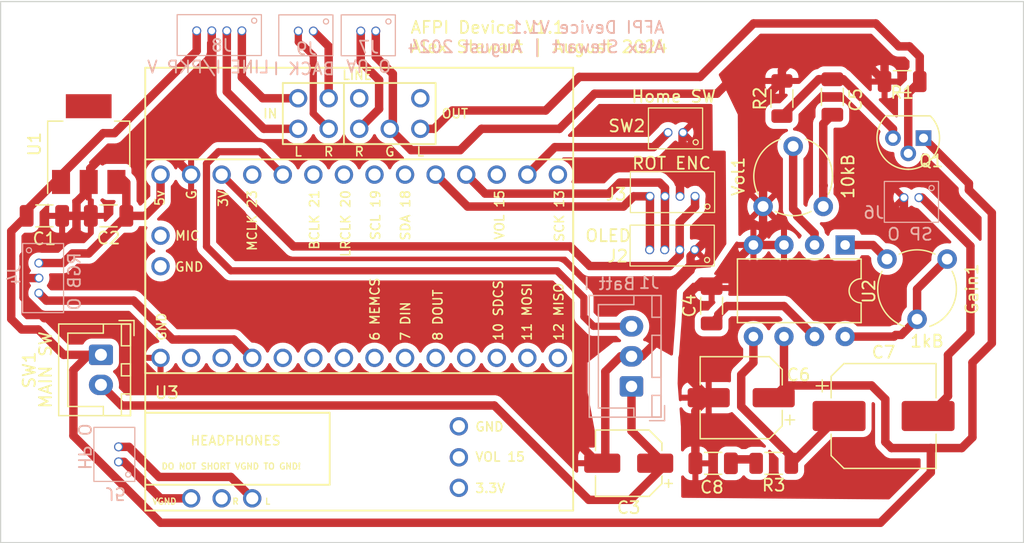
<source format=kicad_pcb>
(kicad_pcb (version 20221018) (generator pcbnew)
  (layers (0 "F.Cu" signal) (31 "B.Cu" signal) (34 "B.Paste" user) (35 "F.Paste" user) (36 "B.SilkS" user "B.Silkscreen") (37 "F.SilkS" user "F.Silkscreen") (38 "B.Mask" user) (39 "F.Mask" user) (44 "Edge.Cuts" user))
  (net 0 "")
  (net 1 "+9V")
  (net 2 "GND")
  (net 3 "+5V")
  (net 4 "Net-(Gain1-Pad1)")
  (net 5 "Net-(U2--)")
  (net 6 "Net-(C7-Pad1)")
  (net 7 "Net-(U2-BYPASS)")
  (net 8 "Net-(Gain1-Pad2)")
  (net 34 "Net-(J1-Pin_1)")
  (net 35 "Batt Vref")
  (net 36 "+3.3V")
  (net 37 "Pin 16 SCL1")
  (net 38 "Pin 17 SDA1")
  (net 39 "Pin 2")
  (net 40 "Net-(J6-Pin_1)")
  (net 41 "GND1")
  (net 42 "HP VGND")
  (net 43 "HP Line")
  (net 44 "Line OUT R")
  (net 45 "Line in R GND")
  (net 46 "Line in R")
  (net 47 "Net-(Q1-G)")
  (net 48 "Net-(Q1-S)")
  (net 49 "Net-(SW2-B)")
  (net 50 "Net-(C5-Pad1)")
  (net 51 "Net-(C8-Pad2)")
  (net 52 "Net-(J8-Pin_1)")
  (net 53 "Net-(J8-Pin_2)")
  (footprint "MountingHole:MountingHole_3.2mm_M3" (layer "F.Cu") (at 179.343 142.521)
    (fp_text reference "REF**" hide)
    (fp_text value "MountingHole_3.2mm_M3" hide)
    (pad "" np_thru_hole circle (at 0 0) (size 3.2 3.2) (drill 3.2) (layers "*.Cu" "*.Mask"))
  )
  (footprint "Capacitor_SMD:C_1206_3216Metric" (layer "F.Cu") (at 101.981 118.999)
    (fp_text reference "C1" (at 0 1.905) (layer "F.SilkS"))
    (fp_text value "330nf" hide)
    (pad "1" smd roundrect (at -1.475 0) (size 1.15 1.8) (layers "F.Cu" "F.Paste" "F.Mask") (roundrect_rratio 0.2173913043) (net 1 "+9V"))
    (pad "2" smd roundrect (at 1.475 0) (size 1.15 1.8) (layers "F.Cu" "F.Paste" "F.Mask") (roundrect_rratio 0.2173913043) (net 2 "GND"))
  )
  (footprint "Capacitor_SMD:C_1206_3216Metric" (layer "F.Cu") (at 167.458 109.113 90)
    (fp_text reference "C5" (at -0.237 1.942 90) (layer "F.SilkS"))
    (fp_text value "47n" hide)
    (pad "1" smd roundrect (at -1.475 0 90) (size 1.15 1.8) (layers "F.Cu" "F.Paste" "F.Mask") (roundrect_rratio 0.2173913043) (net 50 "Net-(C5-Pad1)"))
    (pad "2" smd roundrect (at 1.475 0 90) (size 1.15 1.8) (layers "F.Cu" "F.Paste" "F.Mask") (roundrect_rratio 0.2173913043) (net 48 "Net-(Q1-S)"))
  )
  (footprint "Capacitor_SMD:C_1206_3216Metric" (layer "F.Cu") (at 107.315 118.999 180)
    (fp_text reference "C2" (at 0 -1.85) (layer "F.SilkS"))
    (fp_text value "100nf" hide)
    (pad "1" smd roundrect (at -1.475 0 180) (size 1.15 1.8) (layers "F.Cu" "F.Paste" "F.Mask") (roundrect_rratio 0.2173913043) (net 3 "+5V"))
    (pad "2" smd roundrect (at 1.475 0 180) (size 1.15 1.8) (layers "F.Cu" "F.Paste" "F.Mask") (roundrect_rratio 0.2173913043) (net 2 "GND"))
  )
  (footprint "Potentiometer_THT:Potentiometer_Piher_PT-6-V_Vertical" (layer "F.Cu") (at 171.998 122.595 -90)
    (fp_text reference "Gain1" (at 2.5 -7.06 90) (layer "F.SilkS"))
    (fp_text value "1kB" (at 6.83 -3.327 -180) (layer "F.SilkS"))
    (pad "1" thru_hole circle (at 0 0 270) (size 1.62 1.62) (drill 0.9) (layers "*.Cu" "*.Mask") (net 4 "Net-(Gain1-Pad1)"))
    (pad "2" thru_hole circle (at 5 -2.5 270) (size 1.62 1.62) (drill 0.9) (layers "*.Cu" "*.Mask") (net 8 "Net-(Gain1-Pad2)"))
    (pad "3" thru_hole circle (at 0 -5 270) (size 1.62 1.62) (drill 0.9) (layers "*.Cu" "*.Mask") (net 8 "Net-(Gain1-Pad2)"))
  )
  (footprint "Connector_JST:JST_XH_B2B-XH-A_1x02_P2.50mm_Vertical" (layer "F.Cu") (at 106.68 130.556 -90)
    (fp_text reference "SW1" hide)
    (fp_text value "MAIN SW" (at 1.25 4.6 90) (layer "F.SilkS"))
    (fp_text user "${REFERENCE}" (at 1.269 5.955 90) (layer "F.SilkS"))
    (pad "1" thru_hole roundrect (at 0 0 270) (size 1.7 2) (drill 1) (layers "*.Cu" "*.Mask") (roundrect_rratio 0.1470588235) (net 1 "+9V"))
    (pad "2" thru_hole oval (at 2.5 0 270) (size 1.7 2) (drill 1) (layers "*.Cu" "*.Mask") (net 34 "Net-(J1-Pin_1)"))
  )
  (footprint "AFPI Device Library:JST 1.25mm THT 01x04" (layer "F.Cu") (at 157.649 119.77 180)
    (fp_text reference "J2" hide)
    (fp_text value "OLED" (at 8.824 -0.88 unlocked) (layer "F.SilkS"))
    (fp_text user "${REFERENCE}" (at 8.024 -2.58 unlocked) (layer "F.SilkS"))
    (pad "1" thru_hole circle (at 1.625 -2.05) (size 0.75 0.75) (drill 0.55) (layers "*.Cu" "*.Mask") (net 2 "GND"))
    (pad "2" thru_hole circle (at 2.875 -2.05) (size 0.75 0.75) (drill 0.55) (layers "*.Cu" "*.Mask") (net 36 "+3.3V"))
    (pad "3" thru_hole circle (at 4.125 -2.05) (size 0.75 0.75) (drill 0.55) (layers "*.Cu" "*.Mask") (net 37 "Pin 16 SCL1"))
    (pad "4" thru_hole circle (at 5.375 -2.05) (size 0.75 0.75) (drill 0.55) (layers "*.Cu" "*.Mask") (net 38 "Pin 17 SDA1"))
  )
  (footprint "Potentiometer_THT:Potentiometer_Piher_PT-6-V_Vertical" (layer "F.Cu") (at 166.701 118.217 90)
    (fp_text reference "Vol1" (at 2.5 -7.06 90) (layer "F.SilkS"))
    (fp_text value "10kB" (at 2.5 2.06 90) (layer "F.SilkS"))
    (pad "1" thru_hole circle (at 0 0 90) (size 1.62 1.62) (drill 0.9) (layers "*.Cu" "*.Mask") (net 50 "Net-(C5-Pad1)"))
    (pad "2" thru_hole circle (at 5 -2.5 90) (size 1.62 1.62) (drill 0.9) (layers "*.Cu" "*.Mask") (net 5 "Net-(U2--)"))
    (pad "3" thru_hole circle (at 0 -5 90) (size 1.62 1.62) (drill 0.9) (layers "*.Cu" "*.Mask") (net 41 "GND1"))
  )
  (footprint "Resistor_SMD:R_1206_3216Metric" (layer "F.Cu") (at 173.257 107.833 180)
    (fp_text reference "R1" (at 0 -0.91) (layer "F.SilkS"))
    (fp_text value "1M5" hide)
    (pad "1" smd roundrect (at -1.4625 0 180) (size 1.125 1.75) (layers "F.Cu" "F.Paste" "F.Mask") (roundrect_rratio 0.2222222222) (net 47 "Net-(Q1-G)"))
    (pad "2" smd roundrect (at 1.4625 0 180) (size 1.125 1.75) (layers "F.Cu" "F.Paste" "F.Mask") (roundrect_rratio 0.2222222222) (net 41 "GND1"))
  )
  (footprint "Capacitor_SMD:CP_Elec_6.3x7.7" (layer "F.Cu") (at 159.883 134.122 180)
    (fp_text reference "C6" (at -4.767 1.897) (layer "F.SilkS"))
    (fp_text value "100u" hide)
    (pad "1" smd roundrect (at -2.7 0 180) (size 3.5 1.6) (layers "F.Cu" "F.Paste" "F.Mask") (roundrect_rratio 0.15625) (net 1 "+9V"))
    (pad "2" smd roundrect (at 2.7 0 180) (size 3.5 1.6) (layers "F.Cu" "F.Paste" "F.Mask") (roundrect_rratio 0.15625) (net 41 "GND1"))
  )
  (footprint "AFPI Device Library:JST 1.25mm THT 01x04" (layer "F.Cu") (at 157.675 115.325 180)
    (fp_text reference "J3" hide)
    (fp_text value "ROT ENC " (at 3.2 0.7 unlocked) (layer "F.SilkS"))
    (fp_text user "${REFERENCE}" (at 8.175 -1.875 unlocked) (layer "F.SilkS"))
    (pad "1" thru_hole circle (at 1.625 -2.05) (size 0.75 0.75) (drill 0.55) (layers "*.Cu" "*.Mask") (net 36 "+3.3V"))
    (pad "2" thru_hole circle (at 2.875 -2.05) (size 0.75 0.75) (drill 0.55) (layers "*.Cu" "*.Mask") (net 2 "GND"))
    (pad "3" thru_hole circle (at 4.125 -2.05) (size 0.75 0.75) (drill 0.55) (layers "*.Cu" "*.Mask") (net 37 "Pin 16 SCL1"))
    (pad "4" thru_hole circle (at 5.375 -2.05) (size 0.75 0.75) (drill 0.55) (layers "*.Cu" "*.Mask") (net 38 "Pin 17 SDA1"))
  )
  (footprint "Capacitor_SMD:CP_Elec_5x5.4" (layer "F.Cu") (at 150.536 139.573 180)
    (fp_text reference "C3" (at 0 -3.7) (layer "F.SilkS"))
    (fp_text value "10uf 35V" hide)
    (pad "1" smd roundrect (at -2.2 0 180) (size 3 1.6) (layers "F.Cu" "F.Paste" "F.Mask") (roundrect_rratio 0.15625) (net 34 "Net-(J1-Pin_1)"))
    (pad "2" smd roundrect (at 2.2 0 180) (size 3 1.6) (layers "F.Cu" "F.Paste" "F.Mask") (roundrect_rratio 0.15625) (net 2 "GND"))
  )
  (footprint "MountingHole:MountingHole_3.2mm_M3" (layer "F.Cu") (at 102.343 104.521)
    (fp_text reference "REF**" hide)
    (fp_text value "MountingHole_3.2mm_M3" hide)
    (pad "" np_thru_hole circle (at 0 0) (size 3.2 3.2) (drill 3.2) (layers "F&B.Cu" "*.Mask"))
  )
  (footprint "Package_TO_SOT_SMD:SOT-223" (layer "F.Cu") (at 105.664 113.03 90)
    (fp_text reference "U1" (at 0 -4.5 90) (layer "F.SilkS"))
    (fp_text value "L7805" hide)
    (pad "1" smd rect (at -3.15 -2.3 90) (size 2 1.5) (layers "F.Cu" "F.Paste" "F.Mask") (net 1 "+9V"))
    (pad "2" smd rect (at -3.15 0 90) (size 2 1.5) (layers "F.Cu" "F.Paste" "F.Mask") (net 2 "GND"))
    (pad "3" smd rect (at -3.15 2.3 90) (size 2 1.5) (layers "F.Cu" "F.Paste" "F.Mask") (net 3 "+5V"))
    (pad "4" smd rect (at 3.15 0 90) (size 2 3.8) (layers "F.Cu" "F.Paste" "F.Mask"))
  )
  (footprint "MountingHole:MountingHole_3.2mm_M3" (layer "F.Cu") (at 179.343 104.521)
    (fp_text reference "REF**" hide)
    (fp_text value "MountingHole_3.2mm_M3" hide)
    (pad "" np_thru_hole circle (at 0 0) (size 3.2 3.2) (drill 3.2) (layers "F&B.Cu" "*.Mask"))
  )
  (footprint "Capacitor_SMD:CP_Elec_8x10.5" (layer "F.Cu") (at 171.716 135.646)
    (fp_text reference "C7" (at 0 -5.3) (layer "F.SilkS"))
    (fp_text value "220u" hide)
    (pad "1" smd roundrect (at -3.7 0) (size 4.4 2.5) (layers "F.Cu" "F.Paste" "F.Mask") (roundrect_rratio 0.1) (net 6 "Net-(C7-Pad1)"))
    (pad "2" smd roundrect (at 3.7 0) (size 4.4 2.5) (layers "F.Cu" "F.Paste" "F.Mask") (roundrect_rratio 0.1) (net 40 "Net-(J6-Pin_1)"))
  )
  (footprint "Resistor_SMD:R_1206_3216Metric" (layer "F.Cu") (at 163.267 109.24 90)
    (fp_text reference "R2" (at 0 -1.82 90) (layer "F.SilkS"))
    (fp_text value "3k9" hide)
    (pad "1" smd roundrect (at -1.4625 0 90) (size 1.125 1.75) (layers "F.Cu" "F.Paste" "F.Mask") (roundrect_rratio 0.2222222222) (net 48 "Net-(Q1-S)"))
    (pad "2" smd roundrect (at 1.4625 0 90) (size 1.125 1.75) (layers "F.Cu" "F.Paste" "F.Mask") (roundrect_rratio 0.2222222222) (net 41 "GND1"))
  )
  (footprint "Resistor_SMD:R_1206_3216Metric" (layer "F.Cu") (at 162.589 139.583 180)
    (fp_text reference "R3" (at 0 -1.82) (layer "F.SilkS"))
    (fp_text value "10R" hide)
    (pad "1" smd roundrect (at -1.4625 0 180) (size 1.125 1.75) (layers "F.Cu" "F.Paste" "F.Mask") (roundrect_rratio 0.2222222222) (net 6 "Net-(C7-Pad1)"))
    (pad "2" smd roundrect (at 1.4625 0 180) (size 1.125 1.75) (layers "F.Cu" "F.Paste" "F.Mask") (roundrect_rratio 0.2222222222) (net 51 "Net-(C8-Pad2)"))
  )
  (footprint "MountingHole:MountingHole_3.2mm_M3" (layer "F.Cu") (at 102.343 142.494)
    (fp_text reference "REF**" hide)
    (fp_text value "MountingHole_3.2mm_M3" hide)
    (pad "" np_thru_hole circle (at 0 0) (size 3.2 3.2) (drill 3.2) (layers "F&B.Cu" "*.Mask"))
  )
  (footprint "AFPI Device Library:JST 1.25mm THT 01x02" (layer "F.Cu") (at 156.675 110.025 180)
    (fp_text reference "SW2" hide)
    (fp_text value "Home SW" (at 2.4 0.95 unlocked) (layer "F.SilkS"))
    (fp_text user "${REFERENCE}" (at 6.3 -1.5 unlocked) (layer "F.SilkS"))
    (pad "1" thru_hole circle (at 1.625 -2.05) (size 0.75 0.75) (drill 0.55) (layers "*.Cu" "*.Mask") (net 2 "GND"))
    (pad "2" thru_hole circle (at 2.875 -2.05) (size 0.75 0.75) (drill 0.55) (layers "*.Cu" "*.Mask") (net 49 "Net-(SW2-B)"))
  )
  (footprint "AFPI Device Library:Teensy 4.0 audioshield" (layer "F.Cu") (at 111.633 130.81)
    (fp_text reference "U3" (at 0.5207 2.89814) (layer "F.SilkS"))
    (fp_text value "Teensy4.0_AudioShield_REVD" hide)
    (fp_text user "G" (at 19.05 -17.145) (layer "F.SilkS") (effects (font (size 0.762 0.762) (thickness 0.127))))
    (fp_text user "GND" (at 2.3876 -7.56412) (layer "F.SilkS") (effects (font (size 0.762 0.762) (thickness 0.127))))
    (fp_text user "MIC" (at 2.224314 -10.15238) (layer "F.SilkS") (effects (font (size 0.762 0.762) (thickness 0.127))))
    (fp_text user "SCL 19" (at 17.86636 -11.875951 90) (layer "F.SilkS") (effects (font (size 0.762 0.762) (thickness 0.127))))
    (fp_text user "7 DIN" (at 20.35302 -3.048423 90) (layer "F.SilkS") (effects (font (size 0.762 0.762) (thickness 0.127))))
    (fp_text user "VOL 15" (at 28.220489 8.23976) (layer "F.SilkS") (effects (font (size 0.762 0.762) (thickness 0.127))))
    (fp_text user "11 MOSI" (at 30.45206 -3.828566 90) (layer "F.SilkS") (effects (font (size 0.762 0.762) (thickness 0.127))))
    (fp_text user "LINE" (at 16.34236 -23.51024) (layer "F.SilkS") (effects (font (size 0.762 0.762) (thickness 0.127))))
    (fp_text user "G" (at 2.57048 -13.563237 90) (layer "F.SilkS") (effects (font (size 0.762 0.762) (thickness 0.127))))
    (fp_text user "L" (at 8.90524 11.94054) (layer "F.SilkS") (effects (font (size 0.508 0.508) (thickness 0.1016))))
    (fp_text user "8 DOUT" (at 23.04288 -3.556423 90) (layer "F.SilkS") (effects (font (size 0.762 0.762) (thickness 0.127))))
    (fp_text user "5v" (at -0.05588 -13.291094 90) (layer "F.SilkS") (effects (font (size 0.762 0.762) (thickness 0.127))))
    (fp_text user "10 SDCS" (at 28.067 -3.937423 90) (layer "F.SilkS") (effects (font (size 0.762 0.762) (thickness 0.127))))
    (fp_text user "VOL 15" (at 28.1686 -11.894094 90) (layer "F.SilkS") (effects (font (size 0.762 0.762) (thickness 0.127))))
    (fp_text user "IN" (at 9.1186 -20.30984) (layer "F.SilkS") (effects (font (size 0.762 0.762) (thickness 0.127))))
    (fp_text user "LRCLK 20" (at 15.3797 -11.16838 90) (layer "F.SilkS") (effects (font (size 0.762 0.762) (thickness 0.127))))
    (fp_text user "R" (at 6.23316 11.94054) (layer "F.SilkS") (effects (font (size 0.508 0.508) (thickness 0.1016))))
    (fp_text user "DO NOT SHORT VGND TO GND!" (at 5.87756 9.02208) (layer "F.SilkS") (effects (font (size 0.508 0.508) (thickness 0.1016))))
    (fp_text user "L" (at 11.43 -17.145) (layer "F.SilkS") (effects (font (size 0.762 0.762) (thickness 0.127))))
    (fp_text user "HEADPHONES" (at 6.23316 6.88594) (layer "F.SilkS") (effects (font (size 0.762 0.762) (thickness 0.127))))
    (fp_text user "3.3V" (at 27.40406 10.8458) (layer "F.SilkS") (effects (font (size 0.762 0.762) (thickness 0.127))))
    (fp_text user "R" (at 16.51 -17.145) (layer "F.SilkS") (effects (font (size 0.762 0.762) (thickness 0.127))))
    (fp_text user "SCK 13" (at 33.14192 -11.80338 270) (layer "F.SilkS") (effects (font (size 0.762 0.762) (thickness 0.127))))
    (fp_text user "R" (at 13.97 -17.145) (layer "F.SilkS") (effects (font (size 0.762 0.762) (thickness 0.127))))
    (fp_text user "GND" (at 0.08636 -2.594852 90) (layer "F.SilkS") (effects (font (size 0.762 0.762) (thickness 0.127))))
    (fp_text user "OUT" (at 24.4602 -20.31238) (layer "F.SilkS") (effects (font (size 0.762 0.762) (thickness 0.127))))
    (fp_text user "GND" (at 27.331489 5.73278) (layer "F.SilkS") (effects (font (size 0.762 0.762) (thickness 0.127))))
    (fp_text user "BCLK 21" (at 12.79144 -11.476808 90) (layer "F.SilkS") (effects (font (size 0.762 0.762) (thickness 0.127))))
    (fp_text user "3V" (at 5.20954 -13.254808 90) (layer "F.SilkS") (effects (font (size 0.762 0.762) (thickness 0.127))))
    (fp_text user "VGND" (at 0.32258 11.94054) (layer "F.SilkS") (effects (font (size 0.508 0.508) (thickness 0.1016))))
    (fp_text user "6 MEMCS" (at 17.81556 -4.04628 270) (layer "F.SilkS") (effects (font (size 0.762 0.762) (thickness 0.127))))
    (fp_text user "MCLK 23" (at 7.61492 -11.42238 90) (layer "F.SilkS") (effects (font (size 0.762 0.762) (thickness 0.127))))
    (fp_text user "SDA 18" (at 20.35302 -11.857808 90) (layer "F.SilkS") (effects (font (size 0.762 0.762) (thickness 0.127))))
    (fp_text user "L" (at 21.59 -17.145) (layer "F.SilkS") (effects (font (size 0.762 0.762) (thickness 0.127))))
    (fp_text user "12 MISO" (at 33.09112 -3.828566 90) (layer "F.SilkS") (effects (font (size 0.762 0.762) (thickness 0.127))))
    (pad "1" thru_hole oval (at 0 0) (size 1.524 1.524) (drill 1.016) (layers "*.Cu" "*.Mask") (net 2 "GND"))
    (pad "2" thru_hole oval (at 2.54 0) (size 1.524 1.524) (drill 1.016) (layers "*.Cu" "*.Mask"))
    (pad "3" thru_hole oval (at 5.08 0) (size 1.524 1.524) (drill 1.016) (layers "*.Cu" "*.Mask"))
    (pad "4" thru_hole oval (at 7.62 0) (size 1.524 1.524) (drill 1.016) (layers "*.Cu" "*.Mask") (net 39 "Pin 2"))
    (pad "5" thru_hole oval (at 10.16 0) (size 1.524 1.524) (drill 1.016) (layers "*.Cu" "*.Mask"))
    (pad "6" thru_hole oval (at 12.7 0) (size 1.524 1.524) (drill 1.016) (layers "*.Cu" "*.Mask"))
    (pad "7" thru_hole oval (at 15.24 0) (size 1.524 1.524) (drill 1.016) (layers "*.Cu" "*.Mask"))
    (pad "8" thru_hole oval (at 17.78 0) (size 1.524 1.524) (drill 1.016) (layers "*.Cu" "*.Mask"))
    (pad "9" thru_hole oval (at 20.32 0) (size 1.524 1.524) (drill 1.016) (layers "*.Cu" "*.Mask"))
    (pad "10" thru_hole oval (at 22.86 0) (size 1.524 1.524) (drill 1.016) (layers "*.Cu" "*.Mask"))
    (pad "11" thru_hole oval (at 25.4 0) (size 1.524 1.524) (drill 1.016) (layers "*.Cu" "*.Mask"))
    (pad "12" thru_hole oval (at 27.94 0) (size 1.524 1.524) (drill 1.016) (layers "*.Cu" "*.Mask"))
    (pad "13" thru_hole oval (at 30.48 0) (size 1.524 1.524) (drill 1.016) (layers "*.Cu" "*.Mask"))
    (pad "14" thru_hole oval (at 33.02 0) (size 1.524 1.524) (drill 1.016) (layers "*.Cu" "*.Mask"))
    (pad "15" thru_hole oval (at 0 -10.16) (size 1.524 1.524) (drill 1.016) (layers "*.Cu" "*.Mask"))
    (pad "16" thru_hole oval (at 0 -7.62) (size 1.524 1.524) (drill 1.016) (layers "*.Cu" "*.Mask"))
    (pad "17" thru_hole oval (at 33.02 -15.24) (size 1.524 1.524) (drill 1.016) (layers "*.Cu" "*.Mask"))
    (pad "18" thru_hole oval (at 30.48 -15.24) (size 1.524 1.524) (drill 1.016) (layers "*.Cu" "*.Mask") (net 49 "Net-(SW2-B)"))
    (pad "19" thru_hole oval (at 27.94 -15.24) (size 1.524 1.524) (drill 1.016) (layers "*.Cu" "*.Mask"))
    (pad "20" thru_hole oval (at 25.4 -15.24) (size 1.524 1.524) (drill 1.016) (layers "*.Cu" "*.Mask") (net 37 "Pin 16 SCL1"))
    (pad "21" thru_hole oval (at 22.86 -15.24) (size 1.524 1.524) (drill 1.016) (layers "*.Cu" "*.Mask") (net 38 "Pin 17 SDA1"))
    (pad "22" thru_hole oval (at 20.32 -15.24) (size 1.524 1.524) (drill 1.016) (layers "*.Cu" "*.Mask"))
    (pad "23" thru_hole oval (at 17.78 -15.24) (size 1.524 1.524) (drill 1.016) (layers "*.Cu" "*.Mask"))
    (pad "24" thru_hole oval (at 15.24 -15.24) (size 1.524 1.524) (drill 1.016) (layers "*.Cu" "*.Mask"))
    (pad "25" thru_hole oval (at 12.7 -15.24) (size 1.524 1.524) (drill 1.016) (layers "*.Cu" "*.Mask"))
    (pad "26" thru_hole oval (at 10.16 -15.24) (size 1.524 1.524) (drill 1.016) (layers "*.Cu" "*.Mask") (net 35 "Batt Vref"))
    (pad "27" thru_hole oval (at 7.62 -15.24) (size 1.524 1.524) (drill 1.016) (layers "*.Cu" "*.Mask"))
    (pad "28" thru_hole oval (at 5.08 -15.24) (size 1.524 1.524) (drill 1.016) (layers "*.Cu" "*.Mask") (net 36 "+3.3V"))
    (pad "29" thru_hole oval (at 2.54 -15.24) (size 1.524 1.524) (drill 1.016) (layers "*.Cu" "*.Mask") (net 2 "GND"))
    (pad "30" thru_hole oval (at 0 -15.24) (size 1.524 1.524) (drill 1.016) (layers "*.Cu" "*.Mask") (net 3 "+5V"))
    (pad "31" thru_hole circle (at 21.59 -19.05) (size 1.524 1.524) (drill 1.016) (layers "*.Cu" "*.Mask") (net 47 "Net-(Q1-G)"))
    (pad "32" thru_hole circle (at 19.05 -19.05) (size 1.524 1.524) (drill 1.016) (layers "*.Cu" "*.Mask") (net 41 "GND1"))
    (pad "33" thru_hole circle (at 16.51 -19.05) (size 1.524 1.524) (drill 1.016) (layers "*.Cu" "*.Mask") (net 44 "Line OUT R"))
    (pad "34" thru_hole circle (at 13.97 -19.05) (size 1.524 1.524) (drill 1.016) (layers "*.Cu" "*.Mask") (net 46 "Line in R"))
    (pad "35" thru_hole circle (at 11.43 -19.05) (size 1.524 1.524) (drill 1.016) (layers "*.Cu" "*.Mask") (net 53 "Net-(J8-Pin_2)"))
    (pad "36" thru_hole circle (at 13.97 -21.59) (size 1.524 1.524) (drill 1.016) (layers "*.Cu" "*.Mask") (net 45 "Line in R GND"))
    (pad "37" thru_hole circle (at 11.43 -21.59) (size 1.524 1.524) (drill 1.016) (layers "*.Cu" "*.Mask") (net 52 "Net-(J8-Pin_1)"))
    (pad "38" thru_hole circle (at 24.7904 5.69214) (size 1.524 1.524) (drill 1.016) (layers "*.Cu" "*.Mask"))
    (pad "39" thru_hole circle (at 24.7904 8.27278) (size 1.524 1.524) (drill 1.016) (layers "*.Cu" "*.Mask"))
    (pad "40" thru_hole circle (at 24.7904 10.81024) (size 1.524 1.524) (drill 1.016) (layers "*.Cu" "*.Mask"))
    (pad "41" thru_hole oval (at 7.62 11.684) (size 1.524 1.524) (drill 1.016) (layers "*.Cu" "*.Mask") (net 43 "HP Line"))
    (pad "42" thru_hole oval (at 5.08 11.684) (size 1.524 1.524) (drill 1.016) (layers "*.Cu" "*.Mask"))
    (pad "43" thru_hole oval (at 2.54 11.684) (size 1.524 1.524) (drill 1.016) (layers "*.Cu" "*.Mask") (net 42 "HP VGND"))
    (pad "45" thru_hole circle (at 16.51 -21.59) (size 1.524 1.524) (drill 1.016) (layers "*.Cu" "*.Mask"))
    (pad "46" thru_hole circle (at 21.59 -21.59) (size 1.524 1.524) (drill 1.016) (layers "*.Cu" "*.Mask"))
  )
  (footprint "Package_DIP:DIP-8_W7.62mm" (layer "F.Cu") (at 168.519 121.422 -90)
    (fp_text reference "U2" (at 3.853 -1.981 90) (layer "F.SilkS"))
    (fp_text value "LM386" hide)
    (pad "1" thru_hole rect (at 0 0 270) (size 1.6 1.6) (drill 0.8) (layers "*.Cu" "*.Mask") (net 4 "Net-(Gain1-Pad1)"))
    (pad "2" thru_hole oval (at 0 2.54 270) (size 1.6 1.6) (drill 0.8) (layers "*.Cu" "*.Mask") (net 5 "Net-(U2--)"))
    (pad "3" thru_hole oval (at 0 5.08 270) (size 1.6 1.6) (drill 0.8) (layers "*.Cu" "*.Mask") (net 41 "GND1"))
    (pad "4" thru_hole oval (at 0 7.62 270) (size 1.6 1.6) (drill 0.8) (layers "*.Cu" "*.Mask") (net 41 "GND1"))
    (pad "5" thru_hole oval (at 7.62 7.62 270) (size 1.6 1.6) (drill 0.8) (layers "*.Cu" "*.Mask") (net 6 "Net-(C7-Pad1)"))
    (pad "6" thru_hole oval (at 7.62 5.08 270) (size 1.6 1.6) (drill 0.8) (layers "*.Cu" "*.Mask") (net 1 "+9V"))
    (pad "7" thru_hole oval (at 7.62 2.54 270) (size 1.6 1.6) (drill 0.8) (layers "*.Cu" "*.Mask") (net 7 "Net-(U2-BYPASS)"))
    (pad "8" thru_hole oval (at 7.62 0 270) (size 1.6 1.6) (drill 0.8) (layers "*.Cu" "*.Mask") (net 8 "Net-(Gain1-Pad2)"))
  )
  (footprint "Capacitor_SMD:C_1206_3216Metric" (layer "F.Cu") (at 157.425 126.475 90)
    (fp_text reference "C4" (at 0 -1.85 90) (layer "F.SilkS"))
    (fp_text value "100n" hide)
    (pad "1" smd roundrect (at -1.475 0 90) (size 1.15 1.8) (layers "F.Cu" "F.Paste" "F.Mask") (roundrect_rratio 0.2173913043) (net 7 "Net-(U2-BYPASS)"))
    (pad "2" smd roundrect (at 1.475 0 90) (size 1.15 1.8) (layers "F.Cu" "F.Paste" "F.Mask") (roundrect_rratio 0.2173913043) (net 41 "GND1"))
  )
  (footprint "Capacitor_SMD:C_1206_3216Metric" (layer "F.Cu") (at 157.552 139.583)
    (fp_text reference "C8" (at -0.102 1.992) (layer "F.SilkS"))
    (fp_text value "47n" hide)
    (pad "1" smd roundrect (at -1.475 0) (size 1.15 1.8) (layers "F.Cu" "F.Paste" "F.Mask") (roundrect_rratio 0.2173913043) (net 41 "GND1"))
    (pad "2" smd roundrect (at 1.475 0) (size 1.15 1.8) (layers "F.Cu" "F.Paste" "F.Mask") (roundrect_rratio 0.2173913043) (net 51 "Net-(C8-Pad2)"))
  )
  (footprint "Package_TO_SOT_THT:TO-92" (layer "F.Cu") (at 175.035 112.532 180)
    (fp_text reference "Q1" (at -0.635 -1.905) (layer "F.SilkS"))
    (fp_text value "MPF102" hide)
    (pad "1" thru_hole rect (at 0 0 180) (size 1.3 1.3) (drill 0.75) (layers "*.Cu" "*.Mask") (net 1 "+9V"))
    (pad "2" thru_hole circle (at 1.27 -1.27 180) (size 1.3 1.3) (drill 0.75) (layers "*.Cu" "*.Mask") (net 47 "Net-(Q1-G)"))
    (pad "3" thru_hole circle (at 2.54 0 180) (size 1.3 1.3) (drill 0.75) (layers "*.Cu" "*.Mask") (net 48 "Net-(Q1-S)"))
  )
  (footprint "AFPI Device Library:JST 1.25mm THT 01x02" (layer "B.Cu") (at 125.958 105.682 180)
    (fp_text reference "J9" hide)
    (fp_text value "BACK I" (at 2.408 -1.093 unlocked) (layer "B.SilkS") (effects (justify mirror)))
    (fp_text user "${REFERENCE}" (at 2.208 0.582 unlocked) (layer "B.SilkS") (effects (justify mirror)))
    (pad "1" thru_hole circle (at 1.625 2.05) (size 0.75 0.75) (drill 0.55) (layers "*.Cu" "*.Mask") (net 45 "Line in R GND"))
    (pad "2" thru_hole circle (at 2.875 2.05) (size 0.75 0.75) (drill 0.55) (layers "*.Cu" "*.Mask") (net 46 "Line in R"))
  )
  (footprint "AFPI Device Library:JST 1.25mm THT 01x02" (layer "B.Cu") (at 176.279 119.535 180)
    (fp_text reference "J6" hide)
    (fp_text value "SP O" (at 2.367 -0.998 unlocked) (layer "B.SilkS") (effects (justify mirror)))
    (fp_text user "${REFERENCE}" (at 5.379 0.81 unlocked) (layer "B.SilkS") (effects (justify mirror)))
    (pad "1" thru_hole circle (at 1.625 2.05) (size 0.75 0.75) (drill 0.55) (layers "*.Cu" "*.Mask") (net 40 "Net-(J6-Pin_1)"))
    (pad "2" thru_hole circle (at 2.875 2.05) (size 0.75 0.75) (drill 0.55) (layers "*.Cu" "*.Mask") (net 41 "GND1"))
  )
  (footprint "Connector_JST:JST_XH_B3B-XH-A_1x03_P2.50mm_Vertical" (layer "B.Cu") (at 150.766 133.183 90)
    (fp_text reference "J1" hide)
    (fp_text value "Batt I" (at 8.533 -1.816 180) (layer "B.SilkS") (effects (justify mirror)))
    (fp_text user "${REFERENCE}" (at 8.633 1.459 180) (layer "B.SilkS") (effects (justify mirror)))
    (pad "1" thru_hole roundrect (at 0 0 90) (size 1.7 1.95) (drill 0.95) (layers "*.Cu" "*.Mask") (roundrect_rratio 0.1470588235) (net 34 "Net-(J1-Pin_1)"))
    (pad "2" thru_hole oval (at 2.5 0 90) (size 1.7 1.95) (drill 0.95) (layers "*.Cu" "*.Mask") (net 2 "GND"))
    (pad "3" thru_hole oval (at 5 0 90) (size 1.7 1.95) (drill 0.95) (layers "*.Cu" "*.Mask") (net 35 "Batt Vref"))
  )
  (footprint "AFPI Device Library:JST 1.25mm THT 01x02" (layer "B.Cu") (at 106.096 141.088 90)
    (fp_text reference "J5" hide)
    (fp_text value "HP O" (at 2.888 -0.796 270 unlocked) (layer "B.SilkS") (effects (justify mirror)))
    (fp_text user "${REFERENCE}" (at -1.012 1.804 180 unlocked) (layer "B.SilkS") (effects (justify mirror)))
    (pad "1" thru_hole circle (at 1.625 2.05 270) (size 0.75 0.75) (drill 0.55) (layers "*.Cu" "*.Mask") (net 42 "HP VGND"))
    (pad "2" thru_hole circle (at 2.875 2.05 270) (size 0.75 0.75) (drill 0.55) (layers "*.Cu" "*.Mask") (net 43 "HP Line"))
  )
  (footprint "AFPI Device Library:JST 1.25mm THT 01x04" (layer "B.Cu") (at 120.015 105.664 180)
    (fp_text reference "J8" hide)
    (fp_text value "LINE I/PKP V" (at 4.415 -0.961 unlocked) (layer "B.SilkS") (effects (justify mirror)))
    (fp_text user "${REFERENCE}" (at 3.315 0.839 unlocked) (layer "B.SilkS") (effects (justify mirror)))
    (pad "1" thru_hole circle (at 1.625 2.05) (size 0.75 0.75) (drill 0.55) (layers "*.Cu" "*.Mask") (net 52 "Net-(J8-Pin_1)"))
    (pad "2" thru_hole circle (at 2.875 2.05) (size 0.75 0.75) (drill 0.55) (layers "*.Cu" "*.Mask") (net 53 "Net-(J8-Pin_2)"))
    (pad "3" thru_hole circle (at 4.125 2.05) (size 0.75 0.75) (drill 0.55) (layers "*.Cu" "*.Mask") (net 2 "GND"))
    (pad "4" thru_hole circle (at 5.375 2.05) (size 0.75 0.75) (drill 0.55) (layers "*.Cu" "*.Mask") (net 1 "+9V"))
  )
  (footprint "AFPI Device Library:JST 1.25mm THT 01x02" (layer "B.Cu") (at 131.145 105.682 180)
    (fp_text reference "J7" hide)
    (fp_text value "AU O" (at 2.22 -0.818 180 unlocked) (layer "B.SilkS") (effects (justify mirror)))
    (fp_text user "${REFERENCE}" (at 2.22 0.707 unlocked) (layer "B.SilkS") (effects (justify mirror)))
    (pad "1" thru_hole circle (at 1.625 2.05) (size 0.75 0.75) (drill 0.55) (layers "*.Cu" "*.Mask") (net 41 "GND1"))
    (pad "2" thru_hole circle (at 2.875 2.05) (size 0.75 0.75) (drill 0.55) (layers "*.Cu" "*.Mask") (net 44 "Line OUT R"))
  )
  (footprint "AFPI Device Library:JST 1.25mm THT 01x03" (layer "B.Cu") (at 103.625 121.3 -90)
    (fp_text reference "J4" hide)
    (fp_text value "RGB O" (at 3.15 -0.85 90 unlocked) (layer "B.SilkS") (effects (justify mirror)))
    (fp_text user "${REFERENCE}" (at 2.6 4.15 90 unlocked) (layer "B.SilkS") (effects (justify mirror)))
    (pad "1" thru_hole circle (at 1.625 2.1 90) (size 0.75 0.75) (drill 0.55) (layers "*.Cu" "*.Mask") (net 3 "+5V"))
    (pad "2" thru_hole circle (at 2.875 2.1 90) (size 0.75 0.75) (drill 0.55) (layers "*.Cu" "*.Mask") (net 2 "GND"))
    (pad "3" thru_hole circle (at 4.125 2.1 90) (size 0.75 0.75) (drill 0.55) (layers "*.Cu" "*.Mask") (net 39 "Pin 2"))
  )
  (gr_rect (start 98.343 101.177) (end 183.343 146.177) (stroke (width 0.1)) (fill none) (layer "Edge.Cuts"))
  (gr_text "AFPI Device V1.1\nAlex Stewart | August 2024\n" (at 153.6 105.525) (layer "B.SilkS") (effects (font (size 1 1)) (justify left bottom mirror)))
  (gr_text "AFPI Device V1.1\nAlex Stewart | August 2024\n" (at 132.325 105.525) (layer "F.SilkS") (effects (font (size 1 1)) (justify left bottom)))
  (segment (start 103.364 116.18) (end 103.364 115.63) (width 0.7) (layer "F.Cu") (net 1))
  (segment (start 163.439 133.266) (end 162.583 134.122) (width 0.7) (layer "F.Cu") (net 1))
  (segment (start 175.641 140.335) (end 171.45 144.526) (width 0.7) (layer "F.Cu") (net 1))
  (segment (start 100.1 128.45) (end 99.225 127.575) (width 0.7) (layer "F.Cu") (net 1))
  (segment (start 99.225 127.575) (end 99.225 120.28) (width 0.7) (layer "F.Cu") (net 1))
  (segment (start 163.439 129.042) (end 163.439 133.266) (width 0.7) (layer "F.Cu") (net 1))
  (segment (start 171.86 137.805) (end 172.368 138.313) (width 0.7) (layer "F.Cu") (net 1))
  (segment (start 179.099 137.424) (end 179.099 131.201) (width 0.7) (layer "F.Cu") (net 1))
  (segment (start 103.581 130.556) (end 101.475 128.45) (width 0.7) (layer "F.Cu") (net 1))
  (segment (start 172.368 138.313) (end 175.641 138.313) (width 0.7) (layer "F.Cu") (net 1))
  (segment (start 170.717 133.106) (end 171.86 134.249) (width 0.7) (layer "F.Cu") (net 1))
  (segment (start 104.394 131.826) (end 105.664 130.556) (width 0.7) (layer "F.Cu") (net 1))
  (segment (start 180.711 118.755) (end 178.806 116.85) (width 0.7) (layer "F.Cu") (net 1))
  (segment (start 107.8 112.125) (end 114.64 105.285) (width 0.7) (layer "F.Cu") (net 1))
  (segment (start 100.506 118.53) (end 103.491 115.545) (width 0.7) (layer "F.Cu") (net 1))
  (segment (start 114.64 105.285) (end 114.64 103.614) (width 0.7) (layer "F.Cu") (net 1))
  (segment (start 171.45 144.526) (end 111.633 144.526) (width 0.7) (layer "F.Cu") (net 1))
  (segment (start 106.869 112.125) (end 107.8 112.125) (width 0.7) (layer "F.Cu") (net 1))
  (segment (start 111.633 144.526) (end 104.394 137.287) (width 0.7) (layer "F.Cu") (net 1))
  (segment (start 171.86 134.249) (end 171.86 137.805) (width 0.7) (layer "F.Cu") (net 1))
  (segment (start 180.711 129.589) (end 180.711 118.755) (width 0.7) (layer "F.Cu") (net 1))
  (segment (start 162.583 134.122) (end 163.599 133.106) (width 0.7) (layer "F.Cu") (net 1))
  (segment (start 101.475 128.45) (end 100.1 128.45) (width 0.7) (layer "F.Cu") (net 1))
  (segment (start 105.664 130.556) (end 106.68 130.556) (width 0.7) (layer "F.Cu") (net 1))
  (segment (start 106.68 130.556) (end 103.581 130.556) (width 0.7) (layer "F.Cu") (net 1))
  (segment (start 179.099 131.201) (end 180.711 129.589) (width 0.7) (layer "F.Cu") (net 1))
  (segment (start 175.641 138.313) (end 175.641 140.335) (width 0.7) (layer "F.Cu") (net 1))
  (segment (start 99.225 120.28) (end 100.506 118.999) (width 0.7) (layer "F.Cu") (net 1))
  (segment (start 104.394 137.287) (end 104.394 131.826) (width 0.7) (layer "F.Cu") (net 1))
  (segment (start 178.806 116.85) (end 178.806 116.303) (width 0.7) (layer "F.Cu") (net 1))
  (segment (start 178.21 138.313) (end 179.099 137.424) (width 0.7) (layer "F.Cu") (net 1))
  (segment (start 163.599 133.106) (end 170.717 133.106) (width 0.7) (layer "F.Cu") (net 1))
  (segment (start 103.364 115.63) (end 106.869 112.125) (width 0.7) (layer "F.Cu") (net 1))
  (segment (start 175.641 138.313) (end 178.21 138.313) (width 0.7) (layer "F.Cu") (net 1))
  (segment (start 178.806 116.303) (end 175.035 112.532) (width 0.7) (layer "F.Cu") (net 1))
  (segment (start 100.506 118.999) (end 100.506 118.53) (width 0.7) (layer "F.Cu") (net 1))
  (segment (start 153.85 128.471) (end 151.638 130.683) (width 0.7) (layer "F.Cu") (net 2))
  (segment (start 155.008 115.978) (end 156.278 115.978) (width 0.7) (layer "F.Cu") (net 2))
  (segment (start 104.648 118.999) (end 105.84 118.999) (width 0.7) (layer "F.Cu") (net 2))
  (segment (start 148.1328 139.7) (end 149.184 139.7) (width 0.7) (layer "F.Cu") (net 2))
  (segment (start 106.299 127.508) (end 108.585 127.508) (width 0.7) (layer "F.Cu") (net 2))
  (segment (start 155.008 112.117) (end 155.05 112.075) (width 0.7) (layer "F.Cu") (net 2))
  (segment (start 154.8 116.186) (end 154.8 117.375) (width 0.7) (layer "F.Cu") (net 2))
  (segment (start 108.585 127.508) (end 109.347 128.27) (width 0.7) (layer "F.Cu") (net 2))
  (segment (start 101.974852 127.508) (end 100.25 125.783148) (width 0.7) (layer "F.Cu") (net 2))
  (segment (start 155.674 122.351) (end 155.674 123.526) (width 0.7) (layer "F.Cu") (net 2))
  (segment (start 107.315 113.538) (end 105.791 115.062) (width 0.7) (layer "F.Cu") (net 2))
  (segment (start 153.85 125.35) (end 153.85 128.471) (width 0.7) (layer "F.Cu") (net 2))
  (segment (start 109.347 128.27) (end 109.347 130.556) (width 0.7) (layer "F.Cu") (net 2))
  (segment (start 141.5796 133.1468) (end 148.1328 139.7) (width 0.7) (layer "F.Cu") (net 2))
  (segment (start 157.548 120.477) (end 155.674 122.351) (width 0.7) (layer "F.Cu") (net 2))
  (segment (start 100.25 122.35) (end 101.25 121.35) (width 0.7) (layer "F.Cu") (net 2))
  (segment (start 109.347 130.556) (end 111.9378 133.1468) (width 0.7) (layer "F.Cu") (net 2))
  (segment (start 103.456 118.999) (end 104.648 118.999) (width 0.7) (layer "F.Cu") (net 2))
  (segment (start 148.59 131.953) (end 149.86 130.683) (width 0.7) (layer "F.Cu") (net 2))
  (segment (start 100.25 125.783148) (end 100.25 124.225) (width 0.7) (layer "F.Cu") (net 2))
  (segment (start 149.184 139.7) (end 148.59 139.106) (width 0.7) (layer "F.Cu") (net 2))
  (segment (start 103.4 121.35) (end 104.648 120.102) (width 0.7) (layer "F.Cu") (net 2))
  (segment (start 100.3 124.175) (end 100.25 124.225) (width 0.7) (layer "F.Cu") (net 2))
  (segment (start 155.008 115.978) (end 155.008 112.117) (width 0.7) (layer "F.Cu") (net 2))
  (segment (start 105.791 115.062) (end 105.791 116.713) (width 0.7) (layer "F.Cu") (net 2))
  (segment (start 156.278 115.978) (end 157.548 117.248) (width 0.7) (layer "F.Cu") (net 2))
  (segment (start 106.299 127.508) (end 101.974852 127.508) (width 0.7) (layer "F.Cu") (net 2))
  (segment (start 157.548 117.248) (end 157.548 120.477) (width 0.7) (layer "F.Cu") (net 2))
  (segment (start 104.648 117.856) (end 104.648 118.999) (width 0.7) (layer "F.Cu") (net 2))
  (segment (start 148.59 139.106) (end 148.59 131.953) (width 0.7) (layer "F.Cu") (net 2))
  (segment (start 111.379 112.776) (end 110.617 113.538) (width 0.7) (layer "F.Cu") (net 2))
  (segment (start 104.648 120.102) (end 104.648 118.999) (width 0.7) (layer "F.Cu") (net 2))
  (segment (start 100.25 124.225) (end 100.25 122.35) (width 0.7) (layer "F.Cu") (net 2))
  (segment (start 149.86 130.683) (end 150.766 130.683) (width 0.7) (layer "F.Cu") (net 2))
  (segment (start 101.525 124.175) (end 100.3 124.175) (width 0.7) (layer "F.Cu") (net 2))
  (segment (start 115.89 108.265) (end 115.89 103.614) (width 0.7) (layer "F.Cu") (net 2))
  (segment (start 105.791 116.713) (end 104.648 117.856) (width 0.7) (layer "F.Cu") (net 2))
  (segment (start 111.9378 133.1468) (end 141.5796 133.1468) (width 0.7) (layer "F.Cu") (net 2))
  (segment (start 155.008 115.978) (end 154.8 116.186) (width 0.7) (layer "F.Cu") (net 2))
  (segment (start 111.556 130.887) (end 111.633 130.81) (width 0.7) (layer "F.Cu") (net 2))
  (segment (start 111.379 112.776) (end 115.89 108.265) (width 0.7) (layer "F.Cu") (net 2))
  (segment (start 155.674 123.526) (end 153.85 125.35) (width 0.7) (layer "F.Cu") (net 2))
  (segment (start 114.173 115.57) (end 111.379 112.776) (width 0.7) (layer "F.Cu") (net 2))
  (segment (start 151.638 130.683) (end 150.766 130.683) (width 0.7) (layer "F.Cu") (net 2))
  (segment (start 101.25 121.35) (end 103.4 121.35) (width 0.7) (layer "F.Cu") (net 2))
  (segment (start 110.617 113.538) (end 107.315 113.538) (width 0.7) (layer "F.Cu") (net 2))
  (segment (start 108.79 118.999) (end 108.79 116.244) (width 0.7) (layer "F.Cu") (net 3))
  (segment (start 105.664 122.125) (end 108.79 118.999) (width 0.7) (layer "F.Cu") (net 3))
  (segment (start 103.525 122.925) (end 104.325 122.125) (width 0.7) (layer "F.Cu") (net 3))
  (segment (start 111.633 117.729) (end 111.633 115.57) (width 0.7) (layer "F.Cu") (net 3))
  (segment (start 101.525 122.925) (end 103.525 122.925) (width 0.7) (layer "F.Cu") (net 3))
  (segment (start 104.325 122.125) (end 105.664 122.125) (width 0.7) (layer "F.Cu") (net 3))
  (segment (start 108.79 118.999) (end 110.363 118.999) (width 0.7) (layer "F.Cu") (net 3))
  (segment (start 108.79 116.244) (end 108.091 115.545) (width 0.7) (layer "F.Cu") (net 3))
  (segment (start 110.363 118.999) (end 111.633 117.729) (width 0.7) (layer "F.Cu") (net 3))
  (segment (start 170.825 121.422) (end 171.998 122.595) (width 0.7) (layer "F.Cu") (net 4))
  (segment (start 168.519 121.422) (end 170.825 121.422) (width 0.7) (layer "F.Cu") (net 4))
  (segment (start 164.201 118.429) (end 164.537 118.765) (width 0.7) (layer "F.Cu") (net 5))
  (segment (start 164.537 118.765) (end 164.537 119.019) (width 0.7) (layer "F.Cu") (net 5))
  (segment (start 164.201 118.429) (end 164.201 113.217) (width 0.7) (layer "F.Cu") (net 5))
  (segment (start 164.537 119.019) (end 165.979 120.461) (width 0.7) (layer "F.Cu") (net 5))
  (segment (start 165.979 120.461) (end 165.979 121.422) (width 0.7) (layer "F.Cu") (net 5))
  (segment (start 160.899 131.201) (end 159.883 132.217) (width 0.7) (layer "F.Cu") (net 6))
  (segment (start 159.883 132.217) (end 159.883 134.851) (width 0.7) (layer "F.Cu") (net 6))
  (segment (start 159.883 134.851) (end 164.1395 139.1075) (width 0.7) (layer "F.Cu") (net 6))
  (segment (start 164.411 139.251) (end 168.016 135.646) (width 0.7) (layer "F.Cu") (net 6))
  (segment (start 160.899 129.042) (end 160.899 131.201) (width 0.7) (layer "F.Cu") (net 6))
  (segment (start 163.9675 139.251) (end 164.411 139.251) (width 0.7) (layer "F.Cu") (net 6))
  (segment (start 157.978 127.215) (end 157.978 127.397) (width 0.7) (layer "F.Cu") (net 7))
  (segment (start 157.978 127.397) (end 157.425 127.95) (width 0.7) (layer "F.Cu") (net 7))
  (segment (start 157.978 127.215) (end 158.691 126.502) (width 0.7) (layer "F.Cu") (net 7))
  (segment (start 158.691 126.502) (end 163.439 126.502) (width 0.7) (layer "F.Cu") (net 7))
  (segment (start 163.439 126.502) (end 165.979 129.042) (width 0.7) (layer "F.Cu") (net 7))
  (segment (start 174.498 127.595) (end 173.188 128.905) (width 0.7) (layer "F.Cu") (net 8))
  (segment (start 174.498 125.095) (end 176.998 122.595) (width 0.7) (layer "F.Cu") (net 8))
  (segment (start 174.498 127.595) (end 174.498 125.095) (width 0.7) (layer "F.Cu") (net 8))
  (segment (start 172.583 129.042) (end 168.519 129.042) (width 0.7) (layer "F.Cu") (net 8))
  (segment (start 172.72 128.905) (end 172.583 129.042) (width 0.7) (layer "F.Cu") (net 8))
  (segment (start 173.188 128.905) (end 172.72 128.905) (width 0.7) (layer "F.Cu") (net 8))
  (segment (start 150.766 136.882) (end 150.766 133.183) (width 0.7) (layer "F.Cu") (net 34))
  (segment (start 108.3964 134.7724) (end 139.3698 134.7724) (width 0.7) (layer "F.Cu") (net 34))
  (segment (start 150.663 142.621) (end 153.584 139.7) (width 0.7) (layer "F.Cu") (net 34))
  (segment (start 147.2184 142.621) (end 150.663 142.621) (width 0.7) (layer "F.Cu") (net 34))
  (segment (start 139.3698 134.7724) (end 147.2184 142.621) (width 0.7) (layer "F.Cu") (net 34))
  (segment (start 106.68 133.056) (end 108.3964 134.7724) (width 0.7) (layer "F.Cu") (net 34))
  (segment (start 153.584 139.7) (end 150.766 136.882) (width 0.7) (layer "F.Cu") (net 34))
  (segment (start 146.812 125.799588) (end 146.812 127.381) (width 0.6) (layer "F.Cu") (net 35))
  (segment (start 116.447631 113.665) (end 115.451 114.661631) (width 0.6) (layer "F.Cu") (net 35))
  (segment (start 146.812 127.381) (end 147.614 128.183) (width 0.6) (layer "F.Cu") (net 35))
  (segment (start 115.451 114.661631) (end 115.451 121.547) (width 0.6) (layer "F.Cu") (net 35))
  (segment (start 119.888 113.665) (end 116.447631 113.665) (width 0.6) (layer "F.Cu") (net 35))
  (segment (start 121.793 115.57) (end 119.888 113.665) (width 0.6) (layer "F.Cu") (net 35))
  (segment (start 117.475 123.571) (end 144.583412 123.571) (width 0.6) (layer "F.Cu") (net 35))
  (segment (start 147.614 128.183) (end 150.766 128.183) (width 0.6) (layer "F.Cu") (net 35))
  (segment (start 115.451 121.547) (end 117.475 123.571) (width 0.6) (layer "F.Cu") (net 35))
  (segment (start 144.583412 123.571) (end 146.812 125.799588) (width 0.6) (layer "F.Cu") (net 35))
  (segment (start 122.682 121.539) (end 145.669 121.539) (width 0.7) (layer "F.Cu") (net 36))
  (segment (start 154.774 122.308) (end 154.774 119.514) (width 0.7) (layer "F.Cu") (net 36))
  (segment (start 147.305 123.175) (end 153.907 123.175) (width 0.7) (layer "F.Cu") (net 36))
  (segment (start 153.907 123.175) (end 154.774 122.308) (width 0.7) (layer "F.Cu") (net 36))
  (segment (start 145.669 121.539) (end 147.305 123.175) (width 0.7) (layer "F.Cu") (net 36))
  (segment (start 119.4435 118.3005) (end 122.682 121.539) (width 0.7) (layer "F.Cu") (net 36))
  (segment (start 154.774 119.514) (end 156.05 118.238) (width 0.7) (layer "F.Cu") (net 36))
  (segment (start 116.713 115.57) (end 119.4435 118.3005) (width 0.6) (layer "F.Cu") (net 36))
  (segment (start 156.05 118.238) (end 156.05 117.375) (width 0.7) (layer "F.Cu") (net 36))
  (segment (start 153.55 121.794) (end 153.524 121.82) (width 0.7) (layer "F.Cu") (net 37))
  (segment (start 137.033 115.57) (end 138.613 117.15) (width 0.7) (layer "F.Cu") (net 37))
  (segment (start 148.883 117.15) (end 149.801 116.232) (width 0.7) (layer "F.Cu") (net 37))
  (segment (start 153.103 116.232) (end 153.55 116.679) (width 0.7) (layer "F.Cu") (net 37))
  (segment (start 138.613 117.15) (end 148.883 117.15) (width 0.7) (layer "F.Cu") (net 37))
  (segment (start 153.55 116.679) (end 153.55 117.375) (width 0.7) (layer "F.Cu") (net 37))
  (segment (start 149.801 116.232) (end 153.103 116.232) (width 0.7) (layer "F.Cu") (net 37))
  (segment (start 153.55 117.375) (end 153.55 121.794) (width 0.7) (layer "F.Cu") (net 37))
  (segment (start 150.094 118.225) (end 150.944 117.375) (width 0.7) (layer "F.Cu") (net 38))
  (segment (start 152.3 117.375) (end 152.3 121.794) (width 0.7) (layer "F.Cu") (net 38))
  (segment (start 137.148 118.225) (end 150.094 118.225) (width 0.7) (layer "F.Cu") (net 38))
  (segment (start 150.944 117.375) (end 152.3 117.375) (width 0.7) (layer "F.Cu") (net 38))
  (segment (start 134.493 115.57) (end 137.148 118.225) (width 0.7) (layer "F.Cu") (net 38))
  (segment (start 152.3 121.794) (end 152.274 121.82) (width 0.7) (layer "F.Cu") (net 38))
  (segment (start 101.525 125.425) (end 102.15 126.05) (width 0.7) (layer "F.Cu") (net 39))
  (segment (start 102.15 126.05) (end 109.4 126.05) (width 0.7) (layer "F.Cu") (net 39))
  (segment (start 112.636 129.286) (end 113.157 129.286) (width 0.7) (layer "F.Cu") (net 39))
  (segment (start 113.157 129.286) (end 117.729 129.286) (width 0.7) (layer "F.Cu") (net 39))
  (segment (start 109.4 126.05) (end 112.636 129.286) (width 0.7) (layer "F.Cu") (net 39))
  (segment (start 117.729 129.286) (end 119.253 130.81) (width 0.7) (layer "F.Cu") (net 39))
  (segment (start 177.067 130.566) (end 178.933 128.7) (width 0.7) (layer "F.Cu") (net 40))
  (segment (start 174.908 117.485) (end 174.654 117.485) (width 0.7) (layer "F.Cu") (net 40))
  (segment (start 178.933 128.7) (end 178.933 121.51) (width 0.7) (layer "F.Cu") (net 40))
  (segment (start 177.067 133.995) (end 177.067 130.566) (width 0.7) (layer "F.Cu") (net 40))
  (segment (start 178.933 121.51) (end 174.908 117.485) (width 0.7) (layer "F.Cu") (net 40))
  (segment (start 175.416 135.646) (end 177.067 133.995) (width 0.7) (layer "F.Cu") (net 40))
  (segment (start 160.821 121.422) (end 160.899 121.422) (width 0.7) (layer "F.Cu") (net 41))
  (segment (start 147.701 108.839) (end 157.861 108.839) (width 0.7) (layer "F.Cu") (net 41))
  (segment (start 161.701 120.62) (end 160.899 121.422) (width 0.7) (layer "F.Cu") (net 41))
  (segment (start 157.183 134.122) (end 155.438 132.377) (width 0.7) (layer "F.Cu") (net 41))
  (segment (start 163.439 121.422) (end 160.899 121.422) (width 0.7) (layer "F.Cu") (net 41))
  (segment (start 156.581 124.47) (end 157.773 124.47) (width 0.7) (layer "F.Cu") (net 41))
  (segment (start 173.404669 124.265) (end 174.019 123.650669) (width 0.7) (layer "F.Cu") (net 41))
  (segment (start 161.235 116.05) (end 161.701 116.516) (width 0.7) (layer "F.Cu") (net 41))
  (segment (start 174.019 123.650669) (end 174.019 119.771) (width 0.7) (layer "F.Cu") (net 41))
  (segment (start 158.16 124.265) (end 173.404669 124.265) (width 0.7) (layer "F.Cu") (net 41))
  (segment (start 163.267 107.7775) (end 163.267 106.8885) (width 0.7) (layer "F.Cu") (net 41))
  (segment (start 157.861 108.839) (end 162.306 104.394) (width 0.7) (layer "F.Cu") (net 41))
  (segment (start 130.937 107.188) (end 129.52 105.771) (width 0.7) (layer "F.Cu") (net 41))
  (segment (start 171.7945 105.8625) (end 171.7945 107.833) (width 0.7) (layer "F.Cu") (net 41))
  (segment (start 162.306 104.394) (end 170.326 104.394) (width 0.7) (layer "F.Cu") (net 41))
  (segment (start 157.425 125) (end 158.16 124.265) (width 0.7) (layer "F.Cu") (net 41))
  (segment (start 130.937 111.506) (end 130.937 107.188) (width 0.7) (layer "F.Cu") (net 41))
  (segment (start 144.78 111.76) (end 147.701 108.839) (width 0.7) (layer "F.Cu") (net 41))
  (segment (start 164.1005 106.055) (end 170.0165 106.055) (width 0.7) (layer "F.Cu") (net 41))
  (segment (start 132.461 113.538) (end 136.525 113.538) (width 0.7) (layer "F.Cu") (net 41))
  (segment (start 138.303 111.76) (end 144.78 111.76) (width 0.7) (layer "F.Cu") (net 41))
  (segment (start 161.701 116.516) (end 161.701 120.62) (width 0.7) (layer "F.Cu") (net 41))
  (segment (start 157.183 134.122) (end 156.077 135.228) (width 0.7) (layer "F.Cu") (net 41))
  (segment (start 161.235 109.8095) (end 161.235 116.05) (width 0.7) (layer "F.Cu") (net 41))
  (segment (start 155.438 125.613) (end 156.581 124.47) (width 0.7) (layer "F.Cu") (net 41))
  (segment (start 136.525 113.538) (end 138.303 111.76) (width 0.7) (layer "F.Cu") (net 41))
  (segment (start 163.267 107.7775) (end 161.235 109.8095) (width 0.7) (layer "F.Cu") (net 41))
  (segment (start 130.683 111.76) (end 130.937 111.506) (width 0.7) (layer "F.Cu") (net 41))
  (segment (start 170.326 104.394) (end 171.7945 105.8625) (width 0.7) (layer "F.Cu") (net 41))
  (segment (start 163.267 106.8885) (end 164.1005 106.055) (width 0.7) (layer "F.Cu") (net 41))
  (segment (start 130.683 111.76) (end 132.461 113.538) (width 0.7) (layer "F.Cu") (net 41))
  (segment (start 157.773 124.47) (end 160.821 121.422) (width 0.7) (layer "F.Cu") (net 41))
  (segment (start 155.438 132.377) (end 155.438 125.613) (width 0.7) (layer "F.Cu") (net 41))
  (segment (start 170.0165 106.055) (end 171.7945 107.833) (width 0.7) (layer "F.Cu") (net 41))
  (segment (start 156.077 135.228) (end 156.077 139.251) (width 0.7) (layer "F.Cu") (net 41))
  (segment (start 129.52 105.771) (end 129.52 103.632) (width 0.7) (layer "F.Cu") (net 41))
  (segment (start 163.7915 107.638) (end 163.775 107.6545) (width 0.7) (layer "F.Cu") (net 41))
  (segment (start 174.019 119.771) (end 173.404 119.156) (width 0.7) (layer "F.Cu") (net 41))
  (segment (start 173.404 119.156) (end 173.404 117.485) (width 0.7) (layer "F.Cu") (net 41))
  (segment (start 111.633 142.494) (end 108.602 139.463) (width 0.7) (layer "F.Cu") (net 42))
  (segment (start 108.602 139.463) (end 108.146 139.463) (width 0.7) (layer "F.Cu") (net 42))
  (segment (start 114.173 142.494) (end 114.046 142.621) (width 0.7) (layer "F.Cu") (net 42))
  (segment (start 114.173 142.494) (end 111.633 142.494) (width 0.7) (layer "F.Cu") (net 42))
  (segment (start 109.003 138.213) (end 108.146 138.213) (width 0.7) (layer "F.Cu") (net 43))
  (segment (start 119.253 142.494) (end 117.475 140.716) (width 0.7) (layer "F.Cu") (net 43))
  (segment (start 117.475 140.716) (end 111.506 140.716) (width 0.7) (layer "F.Cu") (net 43))
  (segment (start 111.506 140.716) (end 109.003 138.213) (width 0.7) (layer "F.Cu") (net 43))
  (segment (start 128.143 111.76) (end 129.794 110.109) (width 0.7) (layer "F.Cu") (net 44))
  (segment (start 129.794 110.109) (end 129.794 107.696) (width 0.7) (layer "F.Cu") (net 44))
  (segment (start 128.27 106.172) (end 128.27 103.632) (width 0.7) (layer "F.Cu") (net 44))
  (segment (start 129.794 107.696) (end 128.27 106.172) (width 0.7) (layer "F.Cu") (net 44))
  (segment (start 124.333 103.632) (end 125.603 104.902) (width 0.7) (layer "F.Cu") (net 45))
  (segment (start 125.603 104.902) (end 125.603 109.22) (width 0.7) (layer "F.Cu") (net 45))
  (segment (start 125.603 109.22) (end 125.349 108.966) (width 0.7) (layer "F.Cu") (net 45))
  (segment (start 124.325 110.482) (end 124.325 105.672) (width 0.6) (layer "F.Cu") (net 46))
  (segment (start 123.555 104.902) (end 123.444 104.902) (width 0.6) (layer "F.Cu") (net 46))
  (segment (start 125.603 111.76) (end 124.325 110.482) (width 0.6) (layer "F.Cu") (net 46))
  (segment (start 123.083 104.541) (end 123.083 103.632) (width 0.6) (layer "F.Cu") (net 46))
  (segment (start 123.444 104.902) (end 123.083 104.541) (width 0.6) (layer "F.Cu") (net 46))
  (segment (start 124.325 105.672) (end 123.555 104.902) (width 0.6) (layer "F.Cu") (net 46))
  (segment (start 174.7195 107.833) (end 173.765 108.7875) (width 0.7) (layer "F.Cu") (net 47))
  (segment (start 173.765 108.7875) (end 173.765 113.802) (width 0.7) (layer "F.Cu") (net 47))
  (segment (start 173.863 104.902) (end 174.7195 105.7585) (width 0.7) (layer "F.Cu") (net 47))
  (segment (start 146.431 107.442) (end 156.464 107.442) (width 0.7) (layer "F.Cu") (net 47))
  (segment (start 174.7195 105.7585) (end 174.7195 107.833) (width 0.7) (layer "F.Cu") (net 47))
  (segment (start 160.909 102.997) (end 171.069 102.997) (width 0.7) (layer "F.Cu") (net 47))
  (segment (start 156.464 107.442) (end 160.909 102.997) (width 0.7) (layer "F.Cu") (net 47))
  (segment (start 133.223 111.76) (end 134.366 111.76) (width 0.7) (layer "F.Cu") (net 47))
  (segment (start 143.637 110.236) (end 146.431 107.442) (width 0.7) (layer "F.Cu") (net 47))
  (segment (start 134.366 111.76) (end 135.89 110.236) (width 0.7) (layer "F.Cu") (net 47))
  (segment (start 135.89 110.236) (end 143.637 110.236) (width 0.7) (layer "F.Cu") (net 47))
  (segment (start 172.974 104.902) (end 173.863 104.902) (width 0.7) (layer "F.Cu") (net 47))
  (segment (start 171.069 102.997) (end 172.974 104.902) (width 0.7) (layer "F.Cu") (net 47))
  (segment (start 172.495 111.77) (end 168.363 107.638) (width 0.7) (layer "F.Cu") (net 48))
  (segment (start 172.495 112.532) (end 172.495 111.77) (width 0.7) (layer "F.Cu") (net 48))
  (segment (start 166.3315 107.638) (end 163.267 110.7025) (width 0.7) (layer "F.Cu") (net 48))
  (segment (start 167.458 107.638) (end 166.3315 107.638) (width 0.7) (layer "F.Cu") (net 48))
  (segment (start 168.363 107.638) (end 167.458 107.638) (width 0.7) (layer "F.Cu") (net 48))
  (segment (start 142.113 115.57) (end 144.399 113.284) (width 0.7) (layer "F.Cu") (net 49))
  (segment (start 152.591 113.284) (end 153.8 112.075) (width 0.7) (layer "F.Cu") (net 49))
  (segment (start 144.399 113.284) (end 152.591 113.284) (width 0.7) (layer "F.Cu") (net 49))
  (segment (start 167.458 110.588) (end 166.701 111.345) (width 0.7) (layer "F.Cu") (net 50))
  (segment (start 166.701 116.516) (end 166.701 118.217) (width 0.7) (layer "F.Cu") (net 50))
  (segment (start 166.741 116.476) (end 166.701 116.516) (width 0.7) (layer "F.Cu") (net 50))
  (segment (start 166.701 111.345) (end 166.701 116.516) (width 0.7) (layer "F.Cu") (net 50))
  (segment (start 159.027 139.251) (end 161.0425 139.251) (width 0.7) (layer "F.Cu") (net 51))
  (segment (start 120.126702 109.22) (end 118.39 107.483298) (width 0.7) (layer "F.Cu") (net 52))
  (segment (start 118.39 107.483298) (end 118.39 103.614) (width 0.7) (layer "F.Cu") (net 52))
  (segment (start 123.063 109.22) (end 120.126702 109.22) (width 0.7) (layer "F.Cu") (net 52))
  (segment (start 117.14 108.677069) (end 117.14 103.614) (width 0.7) (layer "F.Cu") (net 53))
  (segment (start 123.063 111.76) (end 120.222931 111.76) (width 0.7) (layer "F.Cu") (net 53))
  (segment (start 120.222931 111.76) (end 117.14 108.677069) (width 0.7) (layer "F.Cu") (net 53))
  (zone (net 2) (net_name "GND") (layer "F.Cu") (priority 1) (connect_pads (clearance 0.5)) (min_thickness 0.25) (fill yes (thermal_gap 0.5) (thermal_bridge_width 0.5))
    (polygon (pts (xy 147.025 141.55) (xy 146.925 145.35) (xy 106.4 145.475) (xy 106.1 141.35) (xy 98.6 134.375) (xy 98.65 114.875) (xy 101.625 108.325) (xy 109.675 108.25) (xy 109.675 101.575) (xy 131.35 101.775) (xy 157.475 101.7) (xy 157.5 110.025) (xy 157.525 113.575) (xy 158.6 113.575) (xy 158.65 121.35) (xy 157.375 123.275) (xy 156.15 123.375) (xy 154.55 125.175) (xy 154.425 127.7) (xy 154.2 130.7) (xy 151.925 129.425) (xy 149.25 129.525) (xy 147.125 131.2) (xy 147.125 133.7) (xy 147.725 136.9) (xy 147.75 139.05)))
  )
  (zone (net 41) (net_name "GND1") (layer "F.Cu") (connect_pads (clearance 0.5)) (min_thickness 0.25) (fill yes (thermal_gap 0.5) (thermal_bridge_width 0.5))
    (polygon (pts (xy 157.95 107.275) (xy 161.7 103.6) (xy 175.25 103.7) (xy 175.25 106.4) (xy 175.975 106.4) (xy 176 109.025) (xy 176.9 109.025) (xy 176.85 113.425) (xy 181.6 118.4) (xy 181.975 139.2) (xy 176.45 139.1) (xy 176.45 140.25) (xy 174.375 142.6) (xy 154.9 142.45) (xy 154.875 136.525) (xy 154.6 132.95) (xy 154.8 125.625) (xy 156.35 123.85) (xy 157.575 123.85) (xy 159.65 120.85) (xy 159.6 110.575) (xy 157.975 107.2) (xy 158 107.225)))
  )
)
</source>
